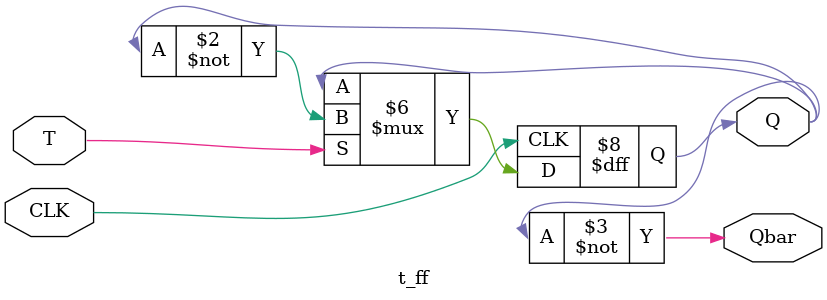
<source format=sv>
`timescale 1ns/1ps
module t_ff(
    input T,
    input CLK,
    output reg Q,
    output Qbar
);

    initial Q = 1'b0;

    // Toggle on negative clock edge
    always @(negedge CLK) begin
        if (T)
            Q <= ~Q;
        else
            Q <= Q;   // Hold
    end

    assign Qbar = ~Q;

endmodule  

</source>
